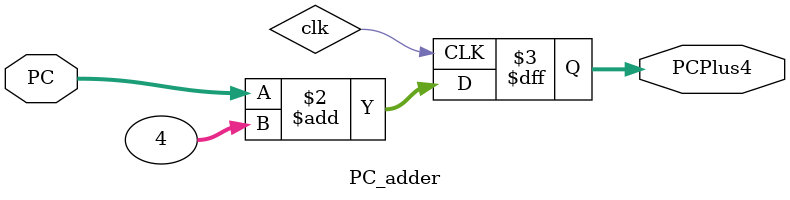
<source format=sv>
module PC_adder(
    input logic [31:0] PC,
    output logic [31:0] PCPlus4
);

always_ff @(posedge clk) begin
    PCPlus4 = PC + 4;
end

endmodule

</source>
